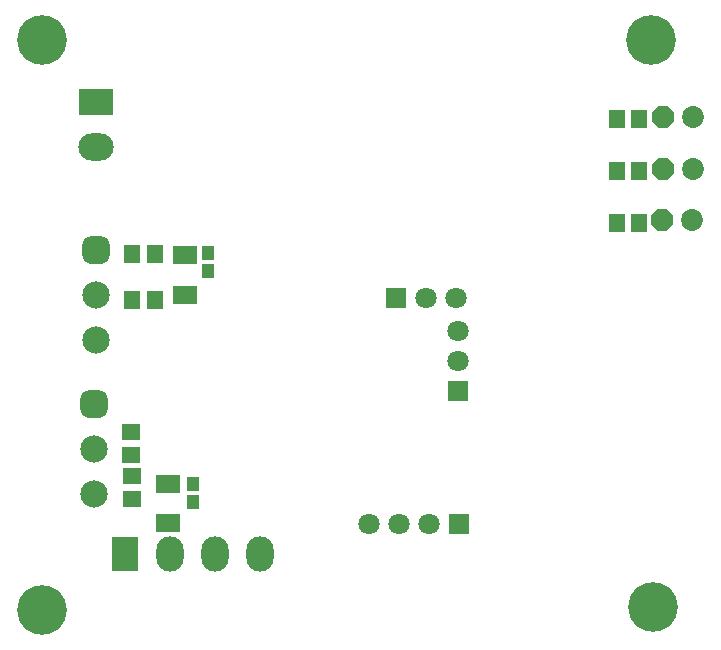
<source format=gbs>
G04*
G04 #@! TF.GenerationSoftware,Altium Limited,Altium Designer,20.2.6 (244)*
G04*
G04 Layer_Color=16711935*
%FSLAX24Y24*%
%MOIN*%
G70*
G04*
G04 #@! TF.SameCoordinates,10DCDC14-C833-4712-9BA6-5F063841230D*
G04*
G04*
G04 #@! TF.FilePolarity,Negative*
G04*
G01*
G75*
%ADD50R,0.0434X0.0454*%
%ADD57R,0.0631X0.0552*%
%ADD58R,0.0552X0.0631*%
%ADD61R,0.0789X0.0611*%
G04:AMPARAMS|DCode=68|XSize=90.7mil|YSize=90.7mil|CornerRadius=24.7mil|HoleSize=0mil|Usage=FLASHONLY|Rotation=270.000|XOffset=0mil|YOffset=0mil|HoleType=Round|Shape=RoundedRectangle|*
%AMROUNDEDRECTD68*
21,1,0.0907,0.0413,0,0,270.0*
21,1,0.0413,0.0907,0,0,270.0*
1,1,0.0493,-0.0207,-0.0207*
1,1,0.0493,-0.0207,0.0207*
1,1,0.0493,0.0207,0.0207*
1,1,0.0493,0.0207,-0.0207*
%
%ADD68ROUNDEDRECTD68*%
%ADD69C,0.0907*%
%ADD70C,0.0710*%
%ADD71R,0.0710X0.0710*%
%ADD72R,0.0710X0.0710*%
%ADD73P,0.0790X8X22.5*%
%ADD74C,0.0730*%
%ADD75O,0.1180X0.0907*%
%ADD76R,0.1180X0.0907*%
%ADD77R,0.0907X0.1180*%
%ADD78O,0.0907X0.1180*%
%ADD79C,0.0474*%
%ADD80C,0.1655*%
D50*
X6560Y5831D02*
D03*
Y5240D02*
D03*
X7060Y13530D02*
D03*
Y12939D02*
D03*
D57*
X4524Y6092D02*
D03*
Y5344D02*
D03*
X4510Y7570D02*
D03*
Y6822D02*
D03*
D58*
X4544Y11986D02*
D03*
X5292D02*
D03*
X5296Y13494D02*
D03*
X4548D02*
D03*
X21442Y14546D02*
D03*
X20694D02*
D03*
X21442Y16276D02*
D03*
X20694D02*
D03*
X21442Y18006D02*
D03*
X20694D02*
D03*
D61*
X5730Y4531D02*
D03*
Y5850D02*
D03*
X6290Y13460D02*
D03*
Y12141D02*
D03*
D68*
X3279Y8510D02*
D03*
X3349Y13650D02*
D03*
D69*
X3279Y7010D02*
D03*
Y5510D02*
D03*
X3349Y12150D02*
D03*
Y10650D02*
D03*
D70*
X12440Y4500D02*
D03*
X13440D02*
D03*
X14440D02*
D03*
X15390Y9930D02*
D03*
Y10930D02*
D03*
X14330Y12040D02*
D03*
X15330D02*
D03*
D71*
X15440Y4500D02*
D03*
X13330Y12040D02*
D03*
D72*
X15390Y8930D02*
D03*
D73*
X22210Y14630D02*
D03*
X22250Y16330D02*
D03*
Y18060D02*
D03*
D74*
X23210Y14630D02*
D03*
X23250Y16330D02*
D03*
Y18060D02*
D03*
D75*
X3329Y17060D02*
D03*
D76*
Y18560D02*
D03*
D77*
X4300Y3500D02*
D03*
D78*
X5800D02*
D03*
X7300D02*
D03*
X8800D02*
D03*
D79*
X21340Y1550D02*
D03*
X22090Y1200D02*
D03*
X21643Y1220D02*
D03*
X21360Y1997D02*
D03*
X21690Y2300D02*
D03*
X22440Y1950D02*
D03*
X22137Y2280D02*
D03*
X2090Y20850D02*
D03*
X1787Y21180D02*
D03*
X1340Y21200D02*
D03*
X1010Y20897D02*
D03*
X990Y20450D02*
D03*
X1293Y20120D02*
D03*
X1740Y20100D02*
D03*
X2070Y20403D02*
D03*
X22390Y20850D02*
D03*
X22087Y21180D02*
D03*
X21640Y21200D02*
D03*
X21310Y20897D02*
D03*
X21290Y20450D02*
D03*
X21593Y20120D02*
D03*
X22040Y20100D02*
D03*
X22370Y20403D02*
D03*
X22420Y1503D02*
D03*
X2070Y1403D02*
D03*
X1740Y1100D02*
D03*
X1293Y1120D02*
D03*
X990Y1450D02*
D03*
X1010Y1897D02*
D03*
X1340Y2200D02*
D03*
X1787Y2180D02*
D03*
X2090Y1850D02*
D03*
D80*
X21890Y1750D02*
D03*
X21840Y20650D02*
D03*
X1540D02*
D03*
Y1650D02*
D03*
M02*

</source>
